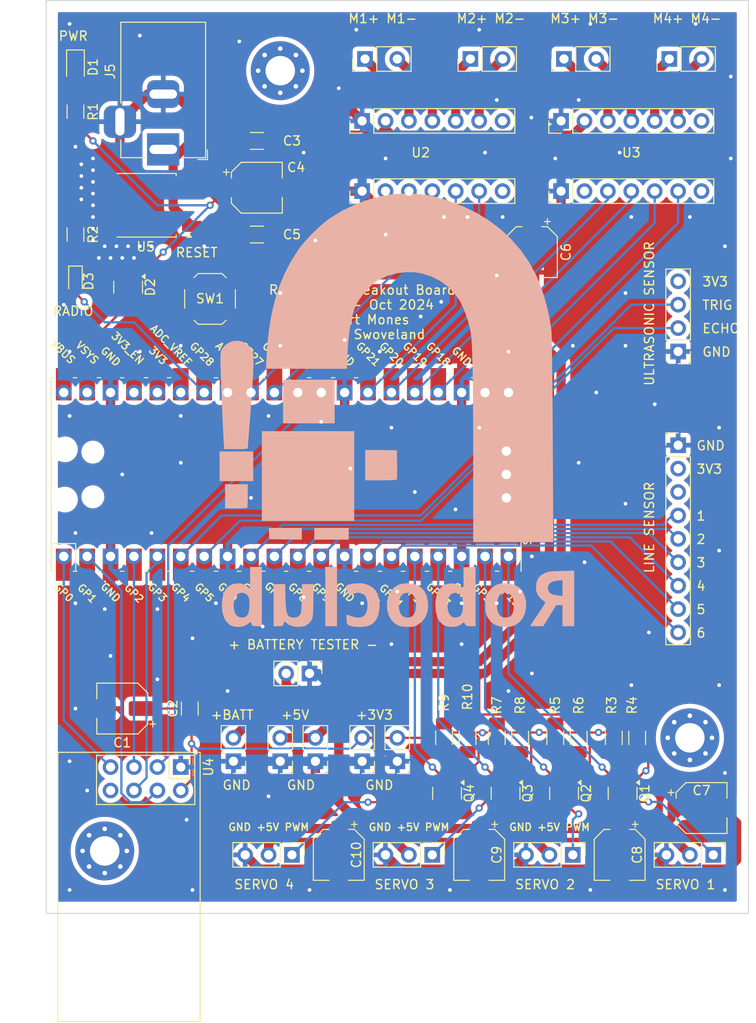
<source format=kicad_pcb>
(kicad_pcb (version 20240108) (generator "pcbnew") (generator_version "8.0")
  (layers (0 "F.Cu" signal) (1 "In1.Cu" signal) (2 "In2.Cu" signal) (31 "B.Cu" signal) (34 "B.Paste" user) (35 "F.Paste" user) (36 "B.SilkS" user "B.Silkscreen") (37 "F.SilkS" user "F.Silkscreen") (38 "B.Mask" user) (39 "F.Mask" user) (44 "Edge.Cuts" user))
  (net 0 "")
  (net 1 "GND")
  (net 2 "+3V3")
  (net 3 "SPI0_CSn")
  (net 4 "SPI0_SCK")
  (net 5 "SPI0_TX")
  (net 6 "SPI0_RX")
  (net 8 "+BATT")
  (net 9 "+5V")
  (net 10 "SERVO1_PWM")
  (net 11 "SERVO2_PWM")
  (net 12 "SERVO3_PWM")
  (net 13 "SERVO4_PWM")
  (net 14 "Net-(J6-Pin_1)")
  (net 15 "Net-(J7-Pin_1)")
  (net 16 "Net-(J8-Pin_1)")
  (net 17 "Net-(J9-Pin_1)")
  (net 18 "MOTOR1_EN")
  (net 19 "MOTOR1_PH")
  (net 20 "MOTOR2_EN")
  (net 21 "MOTOR2_PH")
  (net 23 "MOTOR3_EN")
  (net 24 "MOTOR3_PH")
  (net 25 "MOTOR4_EN")
  (net 26 "MOTOR4_PH")
  (net 30 "Net-(D2-K)")
  (net 34 "US_ECHO")
  (net 35 "US_TRIG")
  (net 36 "LINE_1")
  (net 37 "LINE_2")
  (net 38 "LINE_3")
  (net 39 "LINE_4")
  (net 40 "LINE_5")
  (net 41 "LINE_6")
  (net 42 "NRF24_CE")
  (net 43 "Net-(D1-A)")
  (net 44 "/M1+")
  (net 45 "/M1-")
  (net 46 "/M2+")
  (net 47 "/M2-")
  (net 48 "/M3+")
  (net 49 "/M3-")
  (net 50 "/M4+")
  (net 51 "/M4-")
  (net 53 "GPIO_LED")
  (net 54 "Net-(D3-K)")
  (net 56 "RSTb")
  (footprint "Resistor_SMD:R_1206_3216Metric_Pad1.30x1.75mm_HandSolder" (layer "F.Cu") (at 200.025 110.49 -90)
    (property "Reference" "R6")
    (property "Value" "4.7k")
  )
  (footprint "RedRobotFootprints:DRV8835" (layer "F.Cu") (at 198.115 51.17 90)
    (property "Reference" "U3")
    (property "Value" "~")
  )
  (footprint "Capacitor_SMD:C_1206_3216Metric_Pad1.33x1.80mm_HandSolder" (layer "F.Cu") (at 157.82 107.315 90)
    (property "Reference" "C2")
    (property "Value" "0.1u")
  )
  (footprint "MountingHole:MountingHole_3.2mm_M3_Pad_Via" (layer "F.Cu") (at 148.59 122.762944)
    (property "Reference" "H3" (hide yes))
    (property "Value" "MountingHole" (hide yes))
  )
  (footprint "RedRobotFootprints:ScrewTerminalP3.5mm" (layer "F.Cu") (at 198.43 36.83 90)
    (property "Reference" "J3" (hide yes))
    (property "Value" "Screw_Terminal_01x02" (hide yes))
  )
  (footprint "Connector_PinHeader_2.54mm:PinHeader_1x02_P2.54mm_Vertical" (layer "F.Cu") (at 176.53 113.035 180)
    (property "Reference" "J16" (hide yes))
    (property "Value" "Conn_01x02_Pin" (hide yes))
  )
  (footprint "RedRobotFootprints:ScrewTerminalP3.5mm" (layer "F.Cu") (at 176.84 36.83 90)
    (property "Reference" "J1" (hide yes))
    (property "Value" "Screw_Terminal_01x02" (hide yes))
  )
  (footprint "LED_SMD:LED_0805_2012Metric_Pad1.15x1.40mm_HandSolder" (layer "F.Cu") (at 145.415 37.71 -90)
    (property "Reference" "D1")
    (property "Value" "PWR")
  )
  (footprint "Capacitor_SMD:CP_Elec_5x5.4" (layer "F.Cu") (at 150.495 107.315 180)
    (property "Reference" "C1")
    (property "Value" "100u")
  )
  (footprint "Connector_PinHeader_2.54mm:PinHeader_1x02_P2.54mm_Vertical" (layer "F.Cu") (at 162.56 113.035 180)
    (property "Reference" "J13" (hide yes))
    (property "Value" "Conn_01x02_Pin" (hide yes))
  )
  (footprint "RF_Module:nRF24L01_Breakout" (layer "F.Cu") (at 156.845 113.665 -90)
    (property "Reference" "U4")
    (property "Value" "NRF24L01_Breakout")
  )
  (footprint "Capacitor_SMD:CP_Elec_5x5.4" (layer "F.Cu") (at 165.1 50.8)
    (property "Reference" "C4")
    (property "Value" "100u")
  )
  (footprint "MountingHole:MountingHole_3.2mm_M3_Pad_Via" (layer "F.Cu") (at 212.09 110.49)
    (property "Reference" "H1" (hide yes))
    (property "Value" "MountingHole" (hide yes))
  )
  (footprint "Connector_PinHeader_2.54mm:PinHeader_1x02_P2.54mm_Vertical" (layer "F.Cu") (at 171.45 113.035 180)
    (property "Reference" "J15" (hide yes))
    (property "Value" "Conn_01x02_Pin" (hide yes))
  )
  (footprint "Resistor_SMD:R_1206_3216Metric_Pad1.30x1.75mm_HandSolder" (layer "F.Cu") (at 187.96 110.49 -90)
    (property "Reference" "R10")
    (property "Value" "4.7k")
  )
  (footprint "Package_TO_SOT_SMD:SOT-23" (layer "F.Cu") (at 185.74 116.5075 -90)
    (property "Reference" "Q4")
    (property "Value" "BSS138")
  )
  (footprint "Package_TO_SOT_SMD:SOT-23" (layer "F.Cu") (at 151.13 61.595 -90)
    (property "Reference" "D2")
    (property "Value" "D_Schottky")
  )
  (footprint "Capacitor_SMD:CP_Elec_5x5.4" (layer "F.Cu") (at 173.99 123.19 -90)
    (property "Reference" "C10")
    (property "Value" "100u")
  )
  (footprint "Resistor_SMD:R_1206_3216Metric_Pad1.30x1.75mm_HandSolder" (layer "F.Cu") (at 145.415 55.88 90)
    (property "Reference" "R2")
    (property "Value" "180")
  )
  (footprint "RedRobotFootprints:DRV8835" (layer "F.Cu") (at 176.525 51.17 90)
    (property "Reference" "U2")
    (property "Value" "~")
  )
  (footprint "Connector_BarrelJack:BarrelJack_Horizontal" (layer "F.Cu") (at 154.94 46.64 -90)
    (property "Reference" "J5")
    (property "Value" "Barrel_Jack_Switch")
  )
  (footprint "Connector_PinHeader_2.54mm:PinHeader_1x03_P2.54mm_Vertical" (layer "F.Cu") (at 184.135 123.19 -90)
    (property "Reference" "J8" (hide yes))
    (property "Value" "Conn_01x03_Pin" (hide yes))
  )
  (footprint "Capacitor_SMD:C_1206_3216Metric_Pad1.33x1.80mm_HandSolder" (layer "F.Cu") (at 165.1 45.72)
    (property "Reference" "C3")
    (property "Value" "0.1u")
  )
  (footprint "Capacitor_SMD:CP_Elec_5x5.4" (layer "F.Cu") (at 204.47 123.19 -90)
    (property "Reference" "C8")
    (property "Value" "100u")
  )
  (footprint "Resistor_SMD:R_1206_3216Metric_Pad1.30x1.75mm_HandSolder" (layer "F.Cu") (at 191.135 110.49 -90)
    (property "Reference" "R7")
    (property "Value" "4.7k")
  )
  (footprint "Resistor_SMD:R_1206_3216Metric_Pad1.30x1.75mm_HandSolder" (layer "F.Cu") (at 193.675 110.49 -90)
    (property "Reference" "R8")
    (property "Value" "4.7k")
  )
  (footprint "Capacitor_SMD:CP_Elec_5x5.4" (layer "F.Cu") (at 213.36 118.11)
    (property "Reference" "C7")
    (property "Value" "100u")
  )
  (footprint "Capacitor_SMD:C_1206_3216Metric_Pad1.33x1.80mm_HandSolder" (layer "F.Cu") (at 165.1 55.88)
    (property "Reference" "C5")
    (property "Value" "0.1u")
  )
  (footprint "Connector_PinHeader_2.54mm:PinHeader_1x02_P2.54mm_Vertical" (layer "F.Cu") (at 170.82 103.505 -90)
    (property "Reference" "J18" (hide yes))
    (property "Value" "Conn_01x02_Pin" (hide yes))
  )
  (footprint "Package_TO_SOT_SMD:SOT-23" (layer "F.Cu") (at 198.44 116.5075 -90)
    (property "Reference" "Q2")
    (property "Value" "BSS138")
  )
  (footprint "Connector_PinHeader_2.54mm:PinHeader_1x03_P2.54mm_Vertical" (layer "F.Cu") (at 168.91 123.19 -90)
    (property "Reference" "J9" (hide yes))
    (property "Value" "Conn_01x03_Pin" (hide yes))
  )
  (footprint "MCU_RaspberryPi_and_Boards:RPi_Pico_SMD_TH" (layer "F.Cu") (at 168.275 81.915 90)
    (property "Reference" "U1")
    (property "Value" "Pico")
  )
  (footprint "Resistor_SMD:R_1206_3216Metric_Pad1.30x1.75mm_HandSolder" (layer "F.Cu") (at 145.415 42.545 90)
    (property "Reference" "R1")
    (property "Value" "4.7k")
  )
  (footprint "Connector_PinHeader_2.54mm:PinHeader_1x02_P2.54mm_Vertical" (layer "F.Cu") (at 180.34 113.035 180)
    (property "Reference" "J17" (hide yes))
    (property "Value" "Conn_01x02_Pin" (hide yes))
  )
  (footprint "MountingHole:MountingHole_3.2mm_M3_Pad_Via" (layer "F.Cu") (at 167.64 38.1)
    (property "Reference" "H2" (hide yes))
    (property "Value" "MountingHole" (hide yes))
  )
  (footprint "Package_TO_SOT_SMD:SOT-23" (layer "F.Cu") (at 192.09 116.5075 -90)
    (property "Reference" "Q3")
    (property "Value" "BSS138")
  )
  (footprint "Package_TO_SOT_SMD:SOT-23" (layer "F.Cu") (at 204.79 116.5075 -90)
    (property "Reference" "Q1")
    (property "Value" "BSS138")
  )
  (footprint "Capacitor_SMD:CP_Elec_5x5.4" (layer "F.Cu") (at 194.945 57.785 -90)
    (property "Reference" "C6")
    (property "Value" "100u")
  )
  (footprint "Button_Switch_SMD:SW_Push_1P1T_XKB_TS-1187A" (layer "F.Cu") (at 160.02 62.865)
    (property "Reference" "SW1")
    (property "Value" "SW_Push")
  )
  (footprint "LED_SMD:LED_0603_1608Metric_Pad1.05x0.95mm_HandSolder" (layer "F.Cu") (at 145.415 60.96 -90)
    (property "Reference" "D3")
    (property "Value" "LED")
  )
  (footprint "Connector_PinHeader_2.54mm:PinHeader_1x03_P2.54mm_Vertical" (layer "F.Cu") (at 199.39 123.19 -90)
    (property "Reference" "J7" (hide yes))
    (property "Value" "Conn_01x03_Pin" (hide yes))
  )
  (footprint "Resistor_SMD:R_1206_3216Metric_Pad1.30x1.75mm_HandSolder" (layer "F.Cu") (at 203.835 110.49 -90)
    (property "Reference" "R3")
    (property "Value" "4.7k")
  )
  (footprint "Package_TO_SOT_SMD:TO-252-2" (layer "F.Cu") (at 153.035 52.705 180)
    (property "Reference" "U5")
    (property "Value" "LD29150DT50R")
  )
  (footprint "Capacitor_SMD:CP_Elec_5x5.4" (layer "F.Cu") (at 189.23 123.19 -90)
    (property "Reference" "C9")
    (property "Value" "100u")
  )
  (footprint "Connector_PinHeader_2.54mm:PinHeader_1x02_P2.54mm_Vertical" (layer "F.Cu") (at 167.64 113.035 180)
    (property "Reference" "J14" (hide yes))
    (property "Value" "Conn_01x02_Pin" (hide yes))
  )
  (footprint "Connector_PinHeader_2.54mm:PinHeader_1x04_P2.54mm_Vertical" (layer "F.Cu") (at 210.82 68.57 180)
    (property "Reference" "J10" (hide yes))
    (property "Value" "Conn_01x04_Pin" (hide yes))
  )
  (footprint "Connector_PinHeader_2.54mm:PinHeader_1x03_P2.54mm_Vertical" (layer "F.Cu") (at 214.63 123.19 -90)
    (property "Reference" "J6" (hide yes))
    (property "Value" "Conn_01x03_Pin" (hide yes))
  )
  (footprint "Resistor_SMD:R_1206_3216Metric_Pad1.30x1.75mm_HandSolder" (layer "F.Cu") (at 185.42 110.49 -90)
    (property "Reference" "R9")
    (property "Value" "4.7k")
  )
  (footprint "Resistor_SMD:R_1206_3216Metric_Pad1.30x1.75mm_HandSolder" (layer "F.Cu") (at 197.485 110.49 -90)
    (property "Reference" "R5")
    (property "Value" "4.7k")
  )
  (footprint "RedRobotFootprints:ScrewTerminalP3.5mm" (layer "F.Cu") (at 188.27 36.83 90)
    (property "Reference" "J2" (hide yes))
    (property "Value" "Screw_Terminal_01x02" (hide yes))
  )
  (footprint "Resistor_SMD:R_1206_3216Metric_Pad1.30x1.75mm_HandSolder" (layer "F.Cu") (at 206.375 110.49 -90)
    (property "Reference" "R4")
    (property "Value" "4.7k")
  )
  (footprint "RedRobotFootprints:ScrewTerminalP3.5mm" (layer "F.Cu") (at 209.86 36.83 90)
    (property "Reference" "J4" (hide yes))
    (property "Value" "Screw_Terminal_01x02" (hide yes))
  )
  (footprint "Connector_PinHeader_2.54mm:PinHeader_1x09_P2.54mm_Vertical" (layer "F.Cu") (at 210.82 78.74)
    (property "Reference" "J11" (hide yes))
    (property "Value" "Conn_01x09_Pin" (hide yes))
  )
  (footprint "Red Robot:roboclub_logo" (layer "B.Cu") (at 180.34 74.93 180)
    (property "Reference" "G***" (hide yes))
    (property "Value" "LOGO" (hide yes))
  )
  (gr_rect (start 142.24 30.48) (end 218.44 129.54) (stroke (width 0.1)) (fill none) (layer "Edge.Cuts"))
  (gr_text "SERVO 4" (at 162.56 127 0) (layer "F.SilkS") (effects (font (size 1 1)) (justify left bottom)))
  (gr_text "RESET" (at 156.21 58.42 0) (layer "F.SilkS") (effects (font (size 1 1)) (justify left bottom)))
  (gr_text "2" (at 212.725 89.535 0) (layer "F.SilkS") (effects (font (size 1 1)) (justify left bottom)))
  (gr_text "GND" (at 213.36 69.205 0) (layer "F.SilkS") (effects (font (size 1 1)) (justify left bottom)))
  (gr_text "GND" (at 161.29 116.21 0) (layer "F.SilkS") (effects (font (size 1 1)) (justify left bottom)))
  (gr_text "ECHO" (at 213.36 66.665 0) (layer "F.SilkS") (effects (font (size 1 1)) (justify left bottom)))
  (gr_text "GND +5V PWM" (at 192.405 120.65 0) (layer "F.SilkS") (effects (font (size 0.8 0.8)) (justify left bottom)))
  (gr_text "+3V3\n" (at 175.764178 108.59 0) (layer "F.SilkS") (effects (font (size 1 1)) (justify left bottom)))
  (gr_text "M4+ M4-" (at 207.97 33.02 0) (layer "F.SilkS") (effects (font (size 1 1)) (justify left bottom)))
  (gr_text "3" (at 212.725 92.075 0) (layer "F.SilkS") (effects (font (size 1 1)) (justify left bottom)))
  (gr_text "ULTRASONIC SENSOR" (at 208.28 72.38 90) (layer "F.SilkS") (effects (font (size 1 1)) (justify left bottom)))
  (gr_text "Red Robot Breakout Board\nRev 2.0 - Oct 2024\nRobert Mones\nCarson Swoveland" (at 176.53 67.31 0) (layer "F.SilkS") (effects (font (size 1 1)) (justify bottom)))
  (gr_text "5" (at 212.725 97.155 0) (layer "F.SilkS") (effects (font (size 1 1)) (justify left bottom)))
  (gr_text "SERVO 2" (at 193.04 127 0) (layer "F.SilkS") (effects (font (size 1 1)) (justify left bottom)))
  (gr_text "+5V" (at 167.64 108.59 0) (layer "F.SilkS") (effects (font (size 1 1)) (justify left bottom)))
  (gr_text "PWR" (at 143.51 34.925 0) (layer "F.SilkS") (effects (font (size 1 1)) (justify left bottom)))
  (gr_text "M3+ M3-" (at 196.85 33.02 0) (layer "F.SilkS") (effects (font (size 1 1)) (justify left bottom)))
  (gr_text "3V3" (at 212.725 81.915 0) (layer "F.SilkS") (effects (font (size 1 1)) (justify left bottom)))
  (gr_text "3V3" (at 213.36 61.585 0) (layer "F.SilkS") (effects (font (size 1 1)) (justify left bottom)))
  (gr_text "1" (at 212.725 86.995 0) (layer "F.SilkS") (effects (font (size 1 1)) (justify left bottom)))
  (gr_text "GND" (at 212.725 79.375 0) (layer "F.SilkS") (effects (font (size 1 1)) (justify left bottom)))
  (gr_text "4" (at 212.725 94.615 0) (layer "F.SilkS") (effects (font (size 1 1)) (justify left bottom)))
  (gr_text "LINE SENSOR" (at 208.28 92.71 90) (layer "F.SilkS") (effects (font (size 1 1)) (justify left bottom)))
  (gr_text "+BATT" (at 160.02 108.59 0) (layer "F.SilkS") (effects (font (size 1 1)) (justify left bottom)))
  (gr_text "GND +5V PWM" (at 177.15 120.65 0) (layer "F.SilkS") (effects (font (size 0.8 0.8)) (justify left bottom)))
  (gr_text "6" (at 212.725 99.695 0) (layer "F.SilkS") (effects (font (size 1 1)) (justify left bottom)))
  (gr_text "M1+ M1-" (at 174.95 33.02 0) (layer "F.SilkS") (effects (font (size 1 1)) (justify left bottom)))
  (gr_text "SERVO 1" (at 208.28 127 0) (layer "F.SilkS") (effects (font (size 1 1)) (justify left bottom)))
  (gr_text "RADIO" (at 142.875 64.77 0) (layer "F.SilkS") (effects (font (size 1 1)) (justify left bottom)))
  (gr_text "GND" (at 176.771444 116.21 0) (layer "F.SilkS") (effects (font (size 1 1)) (justify left bottom)))
  (gr_text "SERVO 3" (at 177.785 127 0) (layer "F.SilkS") (effects (font (size 1 1)) (justify left bottom)))
  (gr_text "GND +5V PWM" (at 161.925 120.65 0) (layer "F.SilkS") (effects (font (size 0.8 0.8)) (justify left bottom)))
  (gr_text "+ BATTERY TESTER -" (at 161.93 100.965 0) (layer "F.SilkS") (effects (font (size 1 1)) (justify left bottom)))
  (gr_text "M2+ M2-" (at 186.69 33.02 0) (layer "F.SilkS") (effects (font (size 1 1)) (justify left bottom)))
  (gr_text "GND" (at 168.275 116.21 0) (layer "F.SilkS") (effects (font (size 1 1)) (justify left bottom)))
  (gr_text "TRIG" (at 213.36 64.125 0) (layer "F.SilkS") (effects (font (size 1 1)) (justify left bottom)))
  (segment (start 217.17 123.75) (end 217.17 119.72) (width 1) (layer "F.Cu") (net 1))
  (segment (start 153.24 40.64) (end 154.94 40.64) (width 1) (layer "F.Cu") (net 1))
  (segment (start 149.225 89.535) (end 149.225 88.9) (width 1) (layer "F.Cu") (net 1))
  (segment (start 187.325 89.535) (end 187.325 94.615) (width 1) (layer "F.Cu") (net 1))
  (segment (start 149.225 74.295) (end 149.225 69.215) (width 1) (layer "F.Cu") (net 1))
  (segment (start 167.3 50.8) (end 167.3 55.2425) (width 1) (layer "F.Cu") (net 1))
  (segment (start 165.38 124.74) (end 163.83 123.19) (width 1) (layer "F.Cu") (net 1))
  (segment (start 161.925 89.535) (end 161.925 88.9) (width 1) (layer "F.Cu") (net 1))
  (segment (start 155.575 111.125) (end 156.845 112.395) (width 0.25) (layer "F.Cu") (net 1))
  (segment (start 187.325 90.805) (end 187.325 88.9) (width 1) (layer "F.Cu") (net 1))
  (segment (start 187.325 74.295) (end 187.325 74.93) (width 1) (layer "F.Cu") (net 1))
  (segment (start 157.82 105.7525) (end 149.8575 105.7525) (width 0.25) (layer "F.Cu") (net 1))
  (segment (start 167.3 46.3575) (end 166.6625 45.72) (width 1) (layer "F.Cu") (net 1))
  (segment (start 167.3 50.8) (end 167.3 46.3575) (width 1) (layer "F.Cu") (net 1))
  (segment (start 180.975 124.74) (end 192.76 124.74) (width 1) (layer "F.Cu") (net 1))
  (segment (start 156.845 112.395) (end 156.845 113.665) (width 0.25) (layer "F.Cu") (net 1))
  (segment (start 161.925 73.025) (end 161.925 74.295) (width 1) (layer "F.Cu") (net 1))
  (segment (start 174.625 90.805) (end 174.625 88.9) (width 1) (layer "F.Cu") (net 1))
  (segment (start 183.21 57.855) (end 192.815 57.855) (width 1) (layer "F.Cu") (net 1))
  (segment (start 187.325 74.295) (end 187.325 69.215) (width 1) (layer "F.Cu") (net 1))
  (segment (start 167.3 55.2425) (end 166.6625 55.88) (width 1) (layer "F.Cu") (net 1))
  (segment (start 176.525 51.17) (end 167.67 51.17) (width 1) (layer "F.Cu") (net 1))
  (segment (start 208 124.74) (end 216.18 124.74) (width 1) (layer "F.Cu") (net 1))
  (segment (start 149.225 74.295) (end 149.225 74.93) (width 1) (layer "F.Cu") (net 1))
  (segment (start 174.625 88.9) (end 174.625 94.615) (width 1) (layer "F.Cu") (net 1))
  (segment (start 198.115 51.17) (end 198.115 56.815) (width 1) (layer "F.Cu") (net 1))
  (segment (start 150.24 43.64) (end 153.24 40.64) (width 1) (layer "F.Cu") (net 1))
  (segment (start 198.115 56.815) (end 194.945 59.985) (width 1) (layer "F.Cu") (net 1))
  (segment (start 216.18 124.74) (end 217.17 123.75) (width 1) (layer "F.Cu") (net 1))
  (segment (start 187.325 73.025) (end 187.325 74.295) (width 1) (layer "F.Cu") (net 1))
  (segment (start 153.605 111.125) (end 155.575 111.125) (width 0.25) (layer "F.Cu") (net 1))
  (segment (start 161.925 89.535) (end 161.925 94.615) (width 1) (layer "F.Cu") (net 1))
  (segment (start 167.67 51.17) (end 167.3 50.8) (width 1) (layer "F.Cu") (net 1))
  (segment (start 149.225 73.025) (end 149.225 74.295) (width 1) (layer "F.Cu") (net 1))
  (segment (start 158.115 42.545) (end 175.52 42.545) (width 1) (layer "F.Cu") (net 1))
  (segment (start 192.76 124.74) (end 194.31 123.19) (width 1) (layer "F.Cu") (net 1))
  (segment (start 192.76 124.74) (end 208 124.74) (width 1) (layer "F.Cu") (net 1))
  (segment (start 150.24 43.64) (end 150.24 51.04) (width 1) (layer "F.Cu") (net 1))
  (segment (start 148.295 107.315) (end 149.795 107.315) (width 0.25) (layer "F.Cu") (net 1))
  (segment (start 149.8575 105.7525) (end 148.295 107.315) (width 0.25) (layer "F.Cu") (net 1))
  (segment (start 161.925 90.805) (end 161.925 89.535) (width 1) (layer "F.Cu") (net 1))
  (segment (start 171.45 117.475) (end 171.45 113.035) (width 1) (layer "F.Cu") (net 1))
  (segment (start 180.975 124.74) (end 165.38 124.74) (width 1) (layer "F.Cu") (net 1))
  (segment (start 149.795 107.315) (end 153.605 111.125) (width 0.25) (layer "F.Cu") (net 1))
  (segment (start 149.225 90.805) (end 149.225 89.535) (width 1) (layer "F.Cu") (net 1))
  (segment (start 175.52 42.545) (end 176.525 43.55) (width 1) (layer "F.Cu") (net 1))
  (segment (start 150.24 51.04) (end 150.1 51.18) (width 1) (layer "F.Cu") (net 1))
  (segment (start 156.21 40.64) (end 158.115 42.545) (width 1) (layer "F.Cu") (net 1))
  (segment (start 154.94 40.64) (end 156.21 40.64) (width 1) (layer "F.Cu") (net 1))
  (segment (start 217.17 119.72) (end 215.56 118.11) (width 1) (layer "F.Cu") (net 1))
  (segment (start 180.975 124.74) (end 180.605 124.74) (width 1) (layer "F.Cu") (net 1))
  (segment (start 176.525 51.17) (end 183.21 57.855) (width 1) (layer "F.Cu") (net 1))
  (segment (start 187.325 88.9) (end 187.325 89.535) (width 1) (layer "F.Cu") (net 1))
  (segment (start 149.225 88.9) (end 149.225 94.615) (width 1) (layer "F.Cu") (net 1))
  (segment (start 180.605 124.74) (end 179.055 123.19) (width 1) (layer "F.Cu") (net 1))
  (segment (start 208 124.74) (end 209.55 123.19) (width 1) (layer "F.Cu") (net 1))
  (segment (start 192.815 57.855) (end 194.945 59.985) (width 1) (layer "F.Cu") (net 1))
  (segment (start 174.625 74.93) (end 174.625 74.295) (width 1) (layer "F.Cu") (net 1))
  (segment (start 174.625 73.025) (end 174.625 74.93) (width 1) (layer "F.Cu") (net 1))
  (segment (start 174.625 74.295) (end 174.625 69.215) (width 1) (layer "F.Cu") (net 1))
  (segment (start 161.925 74.93) (end 161.925 69.215) (width 1) (layer "F.Cu") (net 1))
  (segment (start 161.925 74.295) (end 161.925 74.93) (width 1) (layer "F.Cu") (net 1))
  (via (at 187.325 100.33) (size 0.8) (drill 0.4) (layers "F.Cu" "B.Cu") (net 1))
  (via (at 215.265 90.17) (size 0.8) (drill 0.4) (layers "F.Cu" "B.Cu") (net 1))
  (via (at 205.74 104.775) (size 0.8) (drill 0.4) (layers "F.Cu" "B.Cu") (net 1))
  (via (at 159.385 57.15) (size 0.8) (drill 0.4) (layers "F.Cu" "B.Cu") (net 1))
  (via (at 194.894454 43.188798) (size 0.8) (drill 0.4) (layers "F.Cu" "B.Cu") (net 1))
  (via (at 191.135 41.275) (size 0.8) (drill 0.4) (layers "F.Cu" "B.Cu") (net 1))
  (via (at 186.055 127) (size 0.8) (drill 0.4) (layers "F.Cu" "B.Cu") (net 1))
  (via (at 215.9 57.15) (size 0.8) (drill 0.4) (layers "F.Cu" "B.Cu") (net 1))
  (via (at 186.658362 85.705811) (size 0.8) (drill 0.4) (layers "F.Cu" "B.Cu") (net 1))
  (via (at 147.32 55.245) (size 0.8) (drill 0.4) (layers "F.Cu" "B.Cu") (net 1))
  (via (at 147.32 52.705) (size 0.8) (drill 0.4) (layers "F.Cu" "B.Cu") (net 1))
  (via (at 149.225 101.6) (size 0.8) (drill 0.4) (layers "F.Cu" "B.Cu") (net 1))
  (via (at 192.405 105.41) (size 0.8) (drill 0.4) (layers "F.Cu" "B.Cu") (net 1))
  (via (at 192.405 68.58) (size 0.8) (drill 0.4) (layers "F.Cu" "B.Cu") (net 1))
  (via (at 146.05 52.07) (size 0.8) (drill 0.4) (layers "F.Cu" "B.Cu") (net 1))
  (via (at 154.305 96.52) (size 0.8) (drill 0.4) (layers "F.Cu" "B.Cu") (net 1))
  (via (at 182.245 83.82) (size 0.8) (drill 0.4) (layers "F.Cu" "B.Cu") (net 1))
  (via (at 185.42 53.975) (size 0.8) (drill 0.4) (layers "F.Cu" "B.Cu") (net 1))
  (via (at 150.495 58.42) (size 0.8) (drill 0.4) (layers "F.Cu" "B.Cu") (net 1))
  (via (at 170.18 46.99) (size 0.8) (drill 0.4) (layers "F.Cu" "B.Cu") (net 1))
  (via (at 144.78 75.565) (size 0.8) (drill 0.4) (layers "F.Cu" "B.Cu") (net 1))
  (via (at 144.78 33.02) (size 0.8) (drill 0.4) (layers "F.Cu" "B.Cu") (net 1))
  (via (at 179.07 55.88) (size 0.8) (drill 0.4) (layers "F.Cu" "B.Cu") (net 1))
  (via (at 145.415 46.355) (size 0.8) (drill 0.4) (layers "F.Cu" "B.Cu") (net 1))
  (via (at 152.4 57.15) (size 0.8) (drill 0.4) (layers "F.Cu" "B.Cu") (net 1))
  (via (at 200.66 91.44) (size 0.8) (drill 0.4) (layers "F.Cu" "B.Cu") (net 1))
  (via (at 205.105 67.945) (size 0.8) (drill 0.4) (layers "F.Cu" "B.Cu") (net 1))
  (via (at 191.135 95.885) (size 0.8) (drill 0.4) (layers "F.Cu" "B.Cu") (net 1))
  (via (at 146.685 116.205) (size 0.8) (drill 0.4) (layers "F.Cu" "B.Cu") (net 1))
  (via (at 146.05 50.8) (size 0.8) (drill 0.4) (layers "F.Cu" "B.Cu") (net 1))
  (via (at 205.105 62.23) (size 0.8) (drill 0.4) (layers "F.Cu" "B.Cu") (net 1))
  (via (at 152.4 68.58) (size 0.8) (drill 0.4) (layers "F.Cu" "B.Cu") (net 1))
  (via (at 145.415 88.265) (size 0.8) (drill 0.4) (layers "F.Cu" "B.Cu") (net 1))
  (via (at 201.295 127) (size 0.8) (drill 0.4) (layers "F.Cu" "B.Cu") (net 1))
  (via (at 204.47 46.99) (size 0.8) (drill 0.4) (layers "F.Cu" "B.Cu") (net 1))
  (via (at 144.145 63.5) (size 0.8) (drill 0.4) (layers "F.Cu" "B.Cu") (net 1))
  (via (at 147.32 48.895) (size 0.8) (drill 0.4) (layers "F.Cu" "B.Cu") (net 1))
  (via (at 179.07 47.625) (size 0.8) (drill 0.4) (layers "F.Cu" "B.Cu") (net 1))
  (via (at 174.625 67.31) (size 0.8) (drill 0.4) (layers "F.Cu" "B.Cu") (net 1))
  (via (at 215.265 104.775) (size 0.8) (drill 0.4) (layers "F.Cu" "B.Cu") (net 1))
  (via (at 170.18 95.25) (size 0.8) (drill 0.4) (layers "F.Cu" "B.Cu") (net 1))
  (via (at 216.535 47.625) (size 0.8) (drill 0.4) (layers "F.Cu" "B.Cu") (net 1))
  (via (at 154.305 104.14) (size 0.8) (drill 0.4) (layers "F.Cu" "B.Cu") (net 1))
  (via (at 216.535 38.735) (size 0.8) (drill 0.4) (layers "F.Cu" "B.Cu") (net 1))
  (via (at 145.415 95.885) (size 0.8) (drill 0.4) (layers "F.Cu" "B.Cu") (net 1))
  (via (at 176.53 95.885) (size 0.8) (drill 0.4) (layers "F.Cu" "B.Cu") (net 1))
  (via (at 208.28 74.295) (size 0.8) (drill 0.4) (layers "F.Cu" "B.Cu") (net 1))
  (via (at 187.96 53.975) (size 0.8) (drill 0.4) (layers "F.Cu" "B.Cu") (net 1))
  (via (at 212.725 33.02) (size 0.8) (drill 0.4) (layers "F.Cu" "B.Cu") (net 1))
  (via (at 151.13 57.15) (size 0.8) (drill 0.4) (layers "F.Cu" "B.Cu") (net 1))
  (via (at 182.88 64.77) (size 0.8) (drill 0.4) (layers "F.Cu" "B.Cu") (net 1))
  (via (at 152.4 34.29) (size 0.8) (drill 0.4) (layers "F.Cu" "B.Cu") (net 1))
  (via (at 172.085 76.2) (size 0.8) (drill 0.4) (layers "F.Cu" "B.Cu") (net 1))
  (via (at 175.26 81.28) (size 0.8) (drill 0.4) (layers "F.Cu" "B.Cu") (net 1))
  (via (at 205.105 85.09) (size 0.8) (drill 0.4) (layers "F.Cu" "B.Cu") (net 1))
  (via (at 189.865 46.99) (size 0.8) (drill 0.4) (layers "F.Cu" "B.Cu") (net 1))
  (via (at 144.78 127) (size 0.8) (drill 0.4) (layers "F.Cu" "B.Cu") (net 1))
  (via (at 147.32 53.975) (size 0.8) (drill 0.4) (layers "F.Cu" "B.Cu") (net 1))
  (via (at 146.05 48.26) (size 0.8) (drill 0.4) (layers "F.Cu" "B.Cu") (net 1))
  (via (at 166.37 116.84) (size 0.8) (drill 0.4) (layers "F.Cu" "B.Cu") (net 1))
  (via (at 201.295 33.02) (size 0.8) (drill 0.4) (layers "F.Cu" "B.Cu") (net 1))
  (via (at 180.34 94.615) (size 0.8) (drill 0.4) (layers "F.Cu" "B.Cu") (net 1))
  (via (at 164.465 84.455) (size 0.8) (drill 0.4) (layers "F.Cu" "B.Cu") (net 1))
  (via (at 179.705 100.33) (size 0.8) (drill 0.4) (layers "F.Cu" "B.Cu") (net 1))
  (via (at 158.115 99.695) (size 0.8) (drill 0.4) (layers "F.Cu" "B.Cu") (net 1))
  (via (at 149.86 57.15) (size 0.8) (drill 0.4) (layers "F.Cu" "B.Cu") (net 1))
  (via (at 147.32 47.625) (size 0.8) (drill 0.4) (layers "F.Cu" "B.Cu") (net 1))
  (via (at 147.32 56.515) (size 0.8) (drill 0.4) (layers "F.Cu" "B.Cu") (net 1))
  (via (at 147.32 50.165) (size 0.8) (drill 0.4) (layers "F.Cu" "B.Cu") (net 1))
  (via (at 161.925 105.41) (size 0.8) (drill 0.4) (layers "F.Cu" "B.Cu") (net 1))
  (via (at 160.655 95.885) (size 0.8) (drill 0.4) (layers "F.Cu" "B.Cu") (net 1))
  (via (at 171.45 56.515) (size 0.8) (drill 0.4) (layers "F.Cu" "B.Cu") (net 1))
  (via (at 201.93 73.025) (size 0.8) (drill 0.4) (layers "F.Cu" "B.Cu") (net 1))
  (via (at 170.815 127) (size 0.8) (drill 0.4) (layers "F.Cu" "B.Cu") (net 1))
  (via (at 156.845 80.645) (size 0.8) (drill 0.4) (layers "F.Cu" "B.Cu") (net 1))
  (via (at 166.37 75.565) (size 0.8) (drill 0.4) (layers "F.Cu" "B.Cu") (net 1))
  (via (at 163.195 34.925) (size 0.8) (drill 0.4) (layers "F.Cu" "B.Cu") (net 1))
  (via (at 189.23 33.655) (size 0.8) (drill 0.4) (layers "F.Cu" "B.Cu") (net 1))
  (via (at 145.415 107.315) (size 0.8) (drill 0.4) (layers "F.Cu" "B.Cu") (net 1))
  (via (at 149.225 58.42) (size 0.8) (drill 0.4) (layers "F.Cu" "B.Cu") (net 1))
  (via (at 150.495 81.915) (size 0.8) (drill 0.4) (layers "F.Cu" "B.Cu") (net 1))
  (via (at 153.67 88.265) (size 0.8) (drill 0.4) (layers "F.Cu" "B.Cu") (net 1))
  (via (at 156.845 75.565) (size 0.8) (drill 0.4) (layers "F.Cu" "B.Cu") (net 1))
  (via (at 156.845 67.945) (size 0.8) (drill 0.4) (layers "F.Cu" "B.Cu") (net 1))
  (via (at 165.734026 98.410323) (size 0.8) (drill 0.4) (layers "F.Cu" "B.Cu") (net 1))
  (via (at 215.9 127) (size 0.8) (drill 0.4) (layers "F.Cu" "B.Cu") (net 1))
  (via (at 147.32 51.435) (size 0.8) (drill 0.4) (layers "F.Cu" "B.Cu") (net 1))
  (via (at 191.77 53.975) (size 0.8) (drill 0.4) (layers "F.Cu" "B.Cu") (net 1))
  (via (at 148.59 96.52) (size 0.8) (drill 0.4) (layers "F.Cu" "B.Cu") (net 1))
  (via (at 193.675 94.615) (size 0.8) (drill 0.4) (layers "F.Cu" "B.Cu") (net 1))
  (via (at 199.39 67.945) (size 0.8) (drill 0.4) (layers "F.Cu" "B.Cu") (net 1))
  (via (at 194.945 90.805) (size 0.8) (drill 0.4) (layers "F.Cu" "B.Cu") (net 1))
  (via (at 146.05 49.53) (size 0.8) (drill 0.4) (layers "F.Cu" "B.Cu") (net 1))
  (via (at 197.485 47.625) (size 0.8) (drill 0.4) (layers "F.Cu" "B.Cu") (net 1))
  (via (at 215.265 76.835) (size 0.8) (drill 0.4) (layers "F.Cu" "B.Cu") (net 1))
  (via (at 167.64 62.23) (size 0.8) (drill 0.4) (layers "F.Cu" "B.Cu") (net 1))
  (via (at 144.78 113.03) (size 0.8) (drill 0.4) (layers "F.Cu" "B.Cu") (net 1))
  (via (at 144.78 68.58) (size 0.8) (drill 0.4) (layers "F.Cu" "B.Cu") (net 1))
  (via (at 200.025 41.275) (size 0.8) (drill 0.4) (layers "F.Cu" "B.Cu") (net 1))
  (via (at 215.9 114.3) (size 0.8) (drill 0.4) (layers "F.Cu" "B.Cu") (net 1))
  (via (at 178.435 68.58) (size 0.8) (drill 0.4) (layers "F.Cu" "B.Cu") (net 1))
  (via (at 158.115 127) (size 0.8) (drill 0.4) (layers "F.Cu" "B.Cu") (net 1))
  (via (at 189.23 76.835) (size 0.8) (drill 0.4) (layers "F.Cu" "B.Cu") (net 1))
  (via (at 173.99 40.005) (size 0.8) (drill 0.4) (layers "F.Cu" "B.Cu") (net 1))
  (via (at 151.765 58.42) (size 0.8) (drill 0.4) (layers "F.Cu" "B.Cu") (net 1))
  (via (at 179.705 76.835) (size 0.8) (drill 0.4) (layers "F.Cu" "B.Cu") (net 1))
  (via (at 185.106386 63.178147) (size 0.8) (drill 0.4) (layers "F.Cu" "B.Cu") (net 1))
  (via (at 212.09 53.975) (size 0.8) (drill 0.4) (layers "F.Cu" "B.Cu") (net 1))
  (via (at 148.59 57.15) (size 0.8) (drill 0.4) (layers "F.Cu" "B.Cu") (net 1))
  (via (at 167.64 67.945) (size 0.8) (drill 0.4) (layers "F.Cu" "B.Cu") (net 1))
  (via (at 191.135 60.325) (size 0.8) (drill 0.4) (layers "F.Cu" "B.Cu") (net 1))
  (via (at 157.48 119.38) (size 0.8) (drill 0.4) (layers "F.Cu" "B.Cu") (net 1))
  (via (at 147.955 58.42) (size 0.8) (drill 0.4) (layers "F.Cu" "B.Cu") (net 1))
  (via (at 200.025 80.645) (size 0.8) (drill 0.4) (layers "F.Cu" "B.Cu") (net 1))
  (via (at 175.895 33.655) (size 0.8) (drill 0.4) (layers "F.Cu" "B.Cu") (net 1))
  (via (at 153.67 57.15) (size 0.8) (drill 0.4) (layers "F.Cu" "B.Cu") (net 1))
  (via (at 205.74 53.975) (size 0.8) (drill 0.4) (layers "F.Cu" "B.Cu") (net 1))
  (via (at 207.645 99.06) (size 0.8) (drill 0.4) (layers "F.Cu" "B.Cu") (net 1))
  (via (at 194.945 103.505) (size 0.8) (drill 0.4) (layers "F.Cu" "B.Cu") (net 1))
  (via (at 187.325 95.885) (size 0.8) (drill 0.4) (layers "F.Cu" "B.Cu") (net 1))
  (segment (start 176.525 51.17) (end 176.525 46.65) (width 1) (layer "B.Cu") (net 1))
  (segment (start 176.525 46.65) (end 178.075 45.1) (width 1) (layer "B.Cu") (net 1))
  (segment (start 180.34 113.035) (end 178.08 110.775) (width 1) (layer "B.Cu") (net 1))
  (segment (start 178.08 110.775) (end 178.08 109.852968) (width 1) (layer "B.Cu") (net 1))
  (segment (start 198.115 51.17) (end 198.115 46.65) (width 1) (layer "B.Cu") (net 1))
  (segment (start 178.08 109.852968) (end 171.732032 103.505) (width 1) (layer "B.Cu") (net 1))
  (segment (start 171.45 113.035) (end 167.64 113.035) (width 1) (layer "B.Cu") (net 1))
  (segment (start 180.34 113.035) (end 162.56 113.035) (width 1) (layer "B.Cu") (net 1))
  (segment (start 198.115 43.55) (end 196.565 45.1) (width 1) (layer "B.Cu") (net 1))
  (segment (start 178.075 45.1) (end 176.525 43.55) (width 1) (layer "B.Cu") (net 1))
  (segment (start 198.115 46.65) (end 196.565 45.1) (width 1) (layer "B.Cu") (net 1))
  (segment (start 171.732032 103.505) (end 170.82 103.505) (width 1) (layer "B.Cu") (net 1))
  (segment (start 196.565 45.1) (end 178.075 45.1) (width 1) (layer "B.Cu") (net 1))
  (segment (start 198.46 109.915) (end 200.66 109.915) (width 0.25) (layer "F.Cu") (net 2))
  (segment (start 158.02 115.03) (end 156.845 116.205) (width 0.25) (layer "F.Cu") (net 2))
  (segment (start 195.72446 109.915) (end 195.739537 109.899923) (width 0.25) (layer "F.Cu") (net 2))
  (segment (start 194.31 109.915) (end 195.72446 109.915) (width 0.25) (layer "F.Cu") (net 2))
  (segment (start 197.485 108.94) (end 198.46 109.915) (width 0.25) (layer "F.Cu") (net 2))
  (segment (start 180.34 110.495) (end 176.53 110.495) (width 0.25) (layer "F.Cu") (net 2))
  (segment (start 157.82 109.56) (end 158.02 109.76) (width 0.25) (layer "F.Cu") (net 2))
  (segment (start 186.395 109.915) (end 188.595 109.915) (width 0.25) (layer "F.Cu") (net 2))
  (segment (start 205.74 115.57) (end 207.575 113.735) (width 0.25) (layer "F.Cu") (net 2))
  (segment (start 194.875 110.48) (end 194.31 109.915) (width 0.25) (layer "F.Cu") (net 2))
  (segment (start 201.225 110.48) (end 200.66 109.915) (width 0.25) (layer "F.Cu") (net 2))
  (segment (start 189.583965 109.936185) (end 189.60515 109.915) (width 0.25) (layer "F.Cu") (net 2))
  (segment (start 189.16 113.1) (end 189.16 110.48) (width 0.25) (layer "F.Cu") (net 2))
  (segment (start 152.695 107.315) (end 156.2575 107.315) (width 0.25) (layer "F.Cu") (net 2))
  (segment (start 185.42 108.94) (end 186.395 109.915) (width 0.25) (layer "F.Cu") (net 2))
  (segment (start 190.16 109.915) (end 191.135 108.94) (width 0.25) (layer "F.Cu") (net 2))
  (segment (start 201.225 113.735) (end 201.225 110.48) (width 0.25) (layer "F.Cu") (net 2))
  (segment (start 189.56278 109.915) (end 189.583965 109.936185) (width 0.25) (layer "F.Cu") (net 2))
  (segment (start 158.02 111.125) (end 158.02 115.03) (width 0.25) (layer "F.Cu") (net 2))
  (segment (start 207.575 113.735) (end 207.575 111.3949) (width 0.25) (layer "F.Cu") (net 2))
  (segment (start 199.39 115.57) (end 201.225 113.735) (width 0.25) (layer "F.Cu") (net 2))
  (segment (start 196.51 109.915) (end 197.485 108.94) (width 0.25) (layer "F.Cu") (net 2))
  (segment (start 195.739537 109.899923) (end 195.754614 109.915) (width 0.25) (layer "F.Cu") (net 2))
  (segment (start 189.60515 109.915) (end 190.16 109.915) (width 0.25) (layer "F.Cu") (net 2))
  (segment (start 200.66 109.915) (end 202.86 109.915) (width 0.25) (layer "F.Cu") (net 2))
  (segment (start 194.875 113.735) (end 194.875 110.48) (width 0.25) (layer "F.Cu") (net 2))
  (segment (start 183.865 110.495) (end 185.42 108.94) (width 0.25) (layer "F.Cu") (net 2))
  (segment (start 206.0951 109.915) (end 202.86 109.915) (width 0.25) (layer "F.Cu") (net 2))
  (segment (start 195.754614 109.915) (end 196.51 109.915) (width 0.25) (layer "F.Cu") (net 2))
  (segment (start 156.2575 107.315) (end 157.82 108.8775) (width 0.25) (layer "F.Cu") (net 2))
  (segment (start 191.135 108.94) (end 192.11 109.915) (width 0.25) (layer "F.Cu") (net 2))
  (segment (start 207.575 111.3949) (end 206.0951 109.915) (width 0.25) (layer "F.Cu") (net 2))
  (segment (start 192.11 109.915) (end 194.31 109.915) (width 0.25) (layer "F.Cu") (net 2))
  (segment (start 188.595 109.915) (end 189.56278 109.915) (width 0.25) (layer "F.Cu") (net 2))
  (segment (start 157.82 108.8775) (end 157.82 109.56) (width 0.25) (layer "F.Cu") (net 2))
  (segment (start 158.02 109.76) (end 158.02 111.125) (width 0.25) (layer "F.Cu") (net 2))
  (segment (start 193.04 115.57) (end 194.875 113.735) (width 0.25) (layer "F.Cu") (net 2))
  (segment (start 186.69 115.57) (end 189.16 113.1) (width 0.25) (layer "F.Cu") (net 2))
  (segment (start 189.16 110.48) (end 188.595 109.915) (width 0.25) (layer "F.Cu") (net 2))
  (segment (start 202.86 109.915) (end 203.835 108.94) (width 0.25) (layer "F.Cu") (net 2))
  (segment (start 180.34 110.495) (end 183.865 110.495) (width 0.25) (layer "F.Cu") (net 2))
  (via (at 189.583965 109.936185) (size 0.8) (drill 0.4) (layers "F.Cu" "B.Cu") (net 2))
  (via (at 195.739537 109.899923) (size 0.8) (drill 0.4) (layers "F.Cu" "B.Cu") (net 2))
  (via (at 158.02 111.125) (size 0.8) (drill 0.4) (layers "F.Cu" "B.Cu") (net 2))
  (via (at 202.173364 109.907218) (size 0.8) (drill 0.4) (layers "F.Cu" "B.Cu") (net 2))
  (via (at 207.329902 114.071612) (size 0.8) (drill 0.4) (layers "F.Cu" "B.Cu") (net 2))
  (segment (start 176.53 110.495) (end 175.355 111.67) (width 0.25) (layer "B.Cu") (net 2))
  (segment (start 175.355 111.67) (end 158.565 111.67) (width 0.25) (layer "B.Cu") (net 2))
  (segment (start 158.565 111.67) (end 158.02 111.125) (width 0.25) (layer "B.Cu") (net 2))
  (segment (start 146.685 90.805) (end 150.4 94.52) (width 0.25) (layer "B.Cu") (net 3))
  (segment (start 150.4 116.501701) (end 151.373299 117.475) (width 0.25) (layer "B.Cu") (net 3))
  (segment (start 150.4 94.52) (end 150.4 116.501701) (width 0.25) (layer "B.Cu") (net 3))
  (segment (start 153.035 117.475) (end 154.305 116.205) (width 0.25) (layer "B.Cu") (net 3))
  (segment (start 151.373299 117.475) (end 153.035 117.475) (width 0.25) (layer "B.Cu") (net 3))
  (segment (start 151.765 90.805) (end 151.765 113.665) (width 0.25) (layer "B.Cu") (net 4))
  (segment (start 153.13 114.84) (end 151.765 116.205) (width 0.25) (layer "B.Cu") (net 5))
  (segment (start 154.305 90.805) (end 154.305 91.44) (width 0.25) (layer "B.Cu") (net 5))
  (segment (start 154.305 91.44) (end 153.13 92.615) (width 0.25) (layer "B.Cu") (net 5))
  (segment (start 153.13 92.615) (end 153.13 114.84) (width 0.25) (layer "B.Cu") (net 5))
  (segment (start 144.145 108.585) (end 149.225 113.665) (width 0.25) (layer "B.Cu") (net 6))
  (segment (start 144.145 90.805) (end 144.145 108.585) (width 0.25) (layer "B.Cu") (net 6))
  (segment (start 200.655 43.82) (end 200.655 43.55) (width 1) (layer "F.Cu") (net 8))
  (segment (start 156.016997 52.926997) (end 158.075 54.985) (width 1) (layer "F.Cu") (net 8))
  (segment (start 154.94 46.64) (end 156.016997 47.716997) (width 1) (layer "F.Cu") (net 8))
  (segment (start 189.23 102.235) (end 196.85 94.615) (width 1) (layer "F.Cu") (net 8))
  (segment (start 186.827944 60.255) (end 165.03 60.255) (width 1) (layer "F.Cu") (net 8))
  (segment (start 173.995 44.12) (end 174.975 45.1) (width 1) (layer "F.Cu") (net 8))
  (segment (start 199.375 45.1) (end 200.655 43.82) (width 1) (layer "F.Cu") (net 8))
  (segment (start 162.56 110.495) (end 165.599556 107.455444) (width 1) (layer "F.Cu") (net 8))
  (segment (start 179.71 45.1) (end 193.04 45.1) (width 1) (layer "F.Cu") (net 8))
  (segment (start 158.013994 45.72) (end 156.016997 47.716997) (width 1) (layer "F.Cu") (net 8))
  (segment (start 194.325 45.1) (end 193.04 45.1) (width 1) (layer "F.Cu") (net 8))
  (segment (start 179.065 44.455) (end 179.065 43.55) (width 1) (layer "F.Cu") (net 8))
  (segment (start 159.76 54.985) (end 158.075 54.985) (width 1) (layer "F.Cu") (net 8))
  (segment (start 165.03 60.255) (end 159.76 54.985) (width 1) (layer "F.Cu") (net 8))
  (segment (start 174.975 45.1) (end 178.42 45.1) (width 1) (layer "F.Cu") (net 8))
  (segment (start 163.5375 45.72) (end 158.013994 45.72) (width 1) (layer "F.Cu") (net 8))
  (segment (start 165.1375 44.12) (end 173.995 44.12) (width 1) (layer "F.Cu") (net 8))
  (segment (start 168.28 104.707081) (end 168.28 103.505) (width 1) (layer "F.Cu") (net 8))
  (segment (start 177.8 102.235) (end 189.23 102.235) (width 1) (layer "F.Cu") (net 8))
  (segment (start 194.945 45.72) (end 194.325 45.1) (width 1) (layer "F.Cu") (net 8))
  (segment (start 193.04 45.1) (end 199.375 45.1) (width 1) (layer "F.Cu") (net 8))
  (segment (start 194.945 55.585) (end 194.945 45.72) (width 1) (layer "F.Cu") (net 8))
  (segment (start 172.579556 107.455444) (end 177.8 102.235) (width 1) (layer "F.Cu") (net 8))
  (segment (start 171.028363 107.455444) (end 168.28 104.707081) (width 1) (layer "F.Cu") (net 8))
  (segment (start 196.85 70.277056) (end 186.827944 60.255) (width 1) (layer "F.Cu") (net 8))
  (segment (start 172.579556 107.455444) (end 171.028363 107.455444) (width 1) (layer "F.Cu") (net 8))
  (segment (start 179.065 44.455) (end 179.71 45.1) (width 1) (layer "F.Cu") (net 8))
  (segment (start 165.599556 107.455444) (end 172.579556 107.455444) (width 1) (layer "F.Cu") (net 8))
  (segment (start 163.5375 45.72) (end 165.1375 44.12) (width 1) (layer "F.Cu") (net 8))
  (segment (start 196.85 94.615) (end 196.85 70.277056) (width 1) (layer "F.Cu") (net 8))
  (segment (start 156.016997 47.716997) (end 156.016997 52.926997) (width 1) (layer "F.Cu") (net 8))
  (segment (start 178.42 45.1) (end 179.065 44.455) (width 1) (layer "F.Cu") (net 8))
  (segment (start 160.8235 51.9015) (end 159.347 50.425) (width 1) (layer "F.Cu") (net 9))
  (segment (start 189.23 107.67) (end 189.23 104.14) (width 0.25) (layer "F.Cu") (net 9))
  (segment (start 161.311 52.389) (end 160.8235 51.9015) (width 1) (layer "F.Cu") (net 9))
  (segment (start 178.435 103.505) (end 178.435 103.51) (width 1) (layer "F.Cu") (net 9))
  (segment (start 166.7125 59.055) (end 187.325 59.055) (width 1) (layer "F.Cu") (net 9))
  (segment (start 145.695 44.095) (end 147.32 45.72) (width 0.25) (layer "F.Cu") (net 9))
  (segment (start 190.1825 103.1875) (end 189.865 103.505) (width 1) (layer "F.Cu") (net 9))
  (segment (start 168.025419 120.3325) (end 166.37 121.987919) (width 1) (layer "F.Cu") (net 9))
  (segment (start 159.347 50.425) (end 158.075 50.425) (width 1) (layer "F.Cu") (net 9))
  (segment (start 189.865 103.505) (end 178.435 103.505) (width 1) (layer "F.Cu") (net 9))
  (segment (start 176.8475 120.3325) (end 177.8 120.3325) (width 1) (layer "F.Cu") (net 9))
  (segment (start 163.5375 54.6155) (end 161.311 52.389) (width 1) (layer "F.Cu") (net 9))
  (segment (start 206.375 108.94) (end 205.4 107.965) (width 0.25) (layer "F.Cu") (net 9))
  (segment (start 198.12 95.25) (end 190.1825 103.1875) (width 1) (layer "F.Cu") (net 9))
  (segment (start 194.65 107.965) (end 193.675 108.94) (width 0.25) (layer "F.Cu") (net 9))
  (segment (start 163.5375 55.88) (end 163.5375 54.6155) (width 1) (layer "F.Cu") (net 9))
  (segment (start 171.45 110.495) (end 167.64 110.495) (width 1) (layer "F.Cu") (net 9))
  (segment (start 192.7 107.965) (end 189.23 107.965) (width 0.25) (layer "F.Cu") (net 9))
  (segment (start 187.96 108.94) (end 189.23 107.67) (width 0.25) (layer "F.Cu") (net 9))
  (segment (start 163.5375 55.88) (end 166.7125 59.055) (width 1) (layer "F.Cu") (net 9))
  (segment (start 173.9925 117.4775) (end 173.9925 117.4725) (width 1) (layer "F.Cu") (net 9))
  (segment (start 189.23 104.14) (end 190.1825 103.1875) (width 0.25) (layer "F.Cu") (net 9))
  (segment (start 187.325 59.055) (end 198.12 69.85) (width 1) (layer "F.Cu") (net 9))
  (segment (start 209.2325 120.3325) (end 212.09 123.19) (width 1) (layer "F.Cu") (net 9))
  (segment (start 209.2325 120.3325) (end 209.2325 120.0375) (width 1) (layer "F.Cu") (net 9))
  (segment (start 189.23 107.965) (end 188.935 107.965) (width 0.25) (layer "F.Cu") (net 9))
  (segment (start 199.745 108.94) (end 198.77 107.965) (width 0.25) (layer "F.Cu") (net 9))
  (segment (start 178.435 103.51) (end 173.9925 107.9525) (width 1) (layer "F.Cu") (net 9))
  (segment (start 176.8475 120.3325) (end 173.9925 117.4775) (width 1) (layer "F.Cu") (net 9))
  (segment (start 166.37 121.987919) (end 166.37 123.19) (width 1) (layer "F.Cu") (net 9))
  (segment (start 178.7375 120.3325) (end 181.595 123.19) (width 1) (layer "F.Cu") (net 9))
  (segment (start 145.415 44.095) (end 145.695 44.095) (width 0.25) (layer "F.Cu") (net 9))
  (segment (start 173.9925 107.9525) (end 171.45 110.495) (width 1) (layer "F.Cu") (net 9))
  (segment (start 205.4 107.965) (end 201 107.965) (width 0.25) (layer "F.Cu") (net 9))
  (segment (start 194.31 120.65) (end 196.85 123.19) (width 1) (layer "F.Cu") (net 9))
  (segment (start 187.96 108.94) (end 188.935 107.965) (width 0.25) (layer "F.Cu") (net 9))
  (segment (start 162.9 50.8) (end 161.311 52.389) (width 1) (layer "F.Cu") (net 9))
  (segment (start 198.77 107.965) (end 194.65 107.965) (width 0.25) (layer "F.Cu") (net 9))
  (segment (start 209.2325 120.0375) (end 211.16 118.11) (width 1) (layer "F.Cu") (net 9))
  (segment (start 176.8475 120.3325) (end 168.025419 120.3325) (width 1) (layer "F.Cu") (net 9))
  (segment (start 200.025 108.94) (end 199.745 108.94) (width 0.25) (layer "F.Cu") (net 9))
  (segment (start 177.8 120.3325) (end 194.31 120.3325) (width 1) (layer "F.Cu") (net 9))
  (segment (start 154.94 57.7975) (end 154.94 57.785) (width 0.25) (layer "F.Cu") (net 9))
  (segment (start 173.9925 117.4725) (end 173.9925 107.9525) (width 1) (layer "F.Cu") (net 9))
  (segment (start 177.8 120.3325) (end 178.7375 120.3325) (width 1) (layer "F.Cu") (net 9))
  (segment (start 160.02 52.705) (end 160.8235 51.9015) (width 0.25) (layer "F.Cu") (net 9))
  (segment (start 152.08 60.6575) (end 154.94 57.7975) (width 0.25) (layer "F.Cu") (net 9))
  (segment (start 194.31 120.3325) (end 194.31 120.65) (width 1) (layer "F.Cu") (net 9))
  (segment (start 193.675 108.94) (end 192.7 107.965) (width 0.25) (layer "F.Cu") (net 9))
  (segment (start 201 107.965) (end 200.025 108.94) (width 0.25) (layer "F.Cu") (net 9))
  (segment (start 198.12 69.85) (end 198.12 95.25) (width 1) (layer "F.Cu") (net 9))
  (segment (start 194.31 120.3325) (end 209.2325 120.3325) (width 1) (layer "F.Cu") (net 9))
  (via (at 147.32 45.72) (size 0.8) (drill 0.4) (layers "F.Cu" "B.Cu") (net 9))
  (via (at 160.02 52.705) (size 0.8) (drill 0.4) (layers "F.Cu" "B.Cu") (net 9))
  (via (at 154.94 57.785) (size 0.8) (drill 0.4) (layers "F.Cu" "B.Cu") (net 9))
  (segment (start 154.94 57.785) (end 155.575 57.15) (width 0.25) (layer "B.Cu") (net 9))
  (segment (start 155.575 57.15) (end 160.02 52.705) (width 0.25) (layer "B.Cu") (net 9))
  (segment (start 160.02 52.705) (end 154.305 52.705) (width 0.25) (layer "B.Cu") (net 9))
  (segment (start 147.32 45.72) (end 147.6375 46.0375) (width 0.25) (layer "B.Cu") (net 9))
  (segment (start 154.305 52.705) (end 147.32 45.72) (width 0.25) (layer "B.Cu") (net 9))
  (segment (start 203.84 114.94) (end 202.565 113.665) (width 0.25) (layer "F.Cu") (net 10))
  (segment (start 203.84 115.57) (end 203.84 114.94) (width 0.25) (layer "F.Cu") (net 10))
  (segment (start 203.835 115.565) (end 203.84 115.57) (width 0.25) (layer "F.Cu") (net 10))
  (segment (start 203.835 112.04) (end 203.835 115.565) (width 0.25) (layer "F.Cu") (net 10))
  (via (at 202.565 113.665) (size 0.8) (drill 0.4) (layers "F.Cu" "B.Cu") (net 10))
  (segment (start 192.405 103.505) (end 192.405 90.805) (width 0.25) (layer "B.Cu") (net 10))
  (segment (start 202.565 113.665) (end 192.405 103.505) (width 0.25) (layer "B.Cu") (net 10))
  (segment (start 197.485 112.04) (end 197.485 115.565) (width 0.25) (layer "F.Cu") (net 11))
  (segment (start 197.49 115.57) (end 197.49 114.94) (width 0.25) (layer "F.Cu") (net 11))
  (segment (start 197.485 115.565) (end 197.49 115.57) (width 0.25) (layer "F.Cu") (net 11))
  (segment (start 197.49 114.94) (end 196.215 113.665) (width 0.25) (layer "F.Cu") (net 11))
  (via (at 196.215 113.665) (size 0.8) (drill 0.4) (layers "F.Cu" "B.Cu") (net 11))
  (segment (start 189.865 107.315) (end 189.865 90.805) (width 0.25) (layer "B.Cu") (net 11))
  (segment (start 196.215 113.665) (end 189.865 107.315) (width 0.25) (layer "B.Cu") (net 11))
  (segment (start 191.135 112.04) (end 191.135 115.565) (width 0.25) (layer "F.Cu") (net 12))
  (segment (start 191.135 115.565) (end 191.14 115.57) (width 0.25) (layer "F.Cu") (net 12))
  (segment (start 191.14 115.57) (end 191.14 114.94) (width 0.25) (layer "F.Cu") (net 12))
  (segment (start 191.14 114.94) (end 189.865 113.665) (width 0.25) (layer "F.Cu") (net 12))
  (via (at 189.865 113.665) (size 0.8) (drill 0.4) (layers "F.Cu" "B.Cu") (net 12))
  (segment (start 184.785 108.585) (end 184.785 90.805) (width 0.25) (layer "B.Cu") (net 12))
  (segment (start 189.865 113.665) (end 184.785 108.585) (width 0.25) (layer "B.Cu") (net 12))
  (segment (start 184.79 114.305) (end 184.15 113.665) (width 0.25) (layer "F.Cu") (net 13))
  (segment (start 185.42 112.04) (end 185.42 114.94) (width 0.25) (layer "F.Cu") (net 13))
  (segment (start 185.42 114.94) (end 184.79 115.57) (width 0.25) (layer "F.Cu") (net 13))
  (segment (start 184.79 115.57) (end 184.79 114.305) (width 0.25) (layer "F.Cu") (net 13))
  (via (at 184.15 113.665) (size 0.8) (drill 0.4) (layers "F.Cu" "B.Cu") (net 13))
  (segment (start 184.15 113.665) (end 182.245 111.76) (width 0.25) (layer "B.Cu") (net 13))
  (segment (start 182.245 111.76) (end 182.245 90.805) (width 0.25) (layer "B.Cu") (net 13))
  (segment (start 206.375 112.04) (end 204.79 113.625) (width 0.25) (layer "F.Cu") (net 14))
  (segment (start 207.615 117.445) (end 204.79 117.445) (width 0.25) (layer "F.Cu") (net 14))
  (segment (start 204.79 113.625) (end 204.79 117.445) (width 0.25) (layer "F.Cu") (net 14))
  (via (at 207.615 117.445) (size 0.8) (drill 0.4) (layers "F.Cu" "B.Cu") (net 14))
  (segment (start 214.63 123.19) (end 208.885 117.445) (width 0.25) (layer "B.Cu") (net 14))
  (segment (start 208.885 117.445) (end 207.615 117.445) (width 0.25) (layer "B.Cu") (net 14))
  (segment (start 199.74 118.745) (end 198.44 117.445) (width 0.25) (layer "F.Cu") (net 15))
  (segment (start 200.025 118.745) (end 199.74 118.745) (width 0.25) (layer "F.Cu") (net 15))
  (segment (start 200.025 112.04) (end 198.44 113.625) (width 0.25) (layer "F.Cu") (net 15))
  (segment (start 198.44 113.625) (end 198.44 117.445) (width 0.25) (layer "F.Cu") (net 15))
  (via (at 200.025 118.745) (size 0.8) (drill 0.4) (layers "F.Cu" "B.Cu") (net 15))
  (segment (start 199.39 123.19) (end 199.39 119.38) (width 0.25) (layer "B.Cu") (net 15))
  (segment (start 199.39 119.38) (end 200.025 118.745) (width 0.25) (layer "B.Cu") (net 15))
  (segment (start 189.23 118.11) (end 189.895 117.445) (width 0.25) (layer "F.Cu") (net 16))
  (segment (start 193.675 112.04) (end 192.09 113.625) (width 0.25) (layer "F.Cu") (net 16))
  (segment (start 189.895 117.445) (end 192.09 117.445) (width 0.25) (layer "F.Cu") (net 16))
  (segment (start 192.09 113.625) (end 192.09 117.445) (width 0.25) (layer "F.Cu") (net 16))
  (via (at 189.23 118.11) (size 0.8) (drill 0.4) (layers "F.Cu" "B.Cu") (net 16))
  (segment (start 188.595 118.745) (end 188.58 118.745) (width 0.25) (layer "B.Cu") (net 16))
  (segment (start 188.58 118.745) (end 184.135 123.19) (width 0.25) (layer "B.Cu") (net 16))
  (segment (start 189.23 118.11) (end 188.595 118.745) (width 0.25) (layer "B.Cu") (net 16))
  (segment (start 186.039999 117.145001) (end 185.74 117.445) (width 0.25) (layer "F.Cu") (net 17))
  (segment (start 187.96 112.04) (end 186.039999 113.960001) (width 0.25) (layer "F.Cu") (net 17))
  (segment (start 178.465 117.445) (end 185.74 117.445) (width 0.25) (layer "F.Cu") (net 17))
  (segment (start 178.435 117.475) (end 178.465 117.445) (width 0.25) (layer "F.Cu") (net 17))
  (segment (start 186.039999 113.960001) (end 186.039999 117.145001) (width 0.25) (layer "F.Cu") (net 17))
  (segment (start 177.165 117.475) (end 178.435 117.475) (width 0.25) (layer "F.Cu") (net 17))
  (via (at 177.165 117.475) (size 0.8) (drill 0.4) (layers "F.Cu" "B.Cu") (net 17))
  (segment (start 174.625 117.475) (end 177.165 117.475) (width 0.25) (layer "B.Cu") (net 17))
  (segment (start 168.91 123.19) (end 174.625 117.475) (width 0.25) (layer "B.Cu") (net 17))
  (segment (start 181.605 55.885) (end 181.605 51.17) (width 0.25) (layer "B.Cu") (net 18))
  (segment (start 164.465 73.025) (end 181.605 55.885) (width 0.25) (layer "B.Cu") (net 18))
  (segment (start 167.005 73.025) (end 184.145 55.885) (width 0.25) (layer "B.Cu") (net 19))
  (segment (start 184.145 55.885) (end 184.145 51.17) (width 0.25) (layer "B.Cu") (net 19))
  (segment (start 186.685 63.505) (end 186.685 51.17) (width 0.25) (layer "B.Cu") (net 20))
  (segment (start 177.165 73.025) (end 186.685 63.505) (width 0.25) (layer "B.Cu") (net 20))
  (segment (start 189.225 63.505) (end 189.225 51.17) (width 0.25) (layer "B.Cu") (net 21))
  (segment (start 179.705 73.025) (end 189.225 63.505) (width 0.25) (layer "B.Cu") (net 21))
  (segment (start 203.195 52.075) (end 203.195 51.17) (width 0.25) (layer "B.Cu") (net 23))
  (segment (start 182.245 73.025) (end 203.195 52.075) (width 0.25) (layer "B.Cu") (net 23))
  (segment (start 205.735 52.075) (end 205.735 51.17) (width 0.25) (layer "B.Cu") (net 24))
  (segment (start 184.785 73.025) (end 205.735 52.075) (width 0.25) (layer "B.Cu") (net 24))
  (segment (start 208.275 54.615) (end 208.275 51.17) (width 0.25) (layer "B.Cu") (net 25))
  (segment (start 189.865 73.025) (end 208.275 54.615) (width 0.25) (layer "B.Cu") (net 25))
  (segment (start 192.405 73.025) (end 210.815 54.615) (width 0.25) (layer "B.Cu") (net 26))
  (segment (start 210.815 54.615) (end 210.815 51.17) (width 0.25) (layer "B.Cu") (net 26))
  (segment (start 151.13 63.4825) (end 151.13 62.5325) (width 0.25) (layer "F.Cu") (net 30))
  (segment (start 146.685 67.9275) (end 146.685 73.025) (width 0.25) (layer "F.Cu") (net 30))
  (segment (start 146.685 67.9275) (end 151.13 63.4825) (width 0.25) (layer "F.Cu") (net 30))
  (segment (start 182.945 86.93) (end 163.26 86.93) (width 0.25) (layer "B.Cu") (net 34))
  (segment (start 203.845 66.03) (end 182.945 86.93) (width 0.25) (layer "B.Cu") (net 34))
  (segment (start 163.26 86.93) (end 159.385 90.805) (width 0.25) (layer "B.Cu") (net 34))
  (segment (start 210.82 66.03) (end 203.845 66.03) (width 0.25) (layer "B.Cu") (net 34))
  (segment (start 161.29 86.36) (end 182.878604 86.36) (width 0.25) (layer "B.Cu") (net 35))
  (segment (start 205.748604 63.49) (end 210.82 63.49) (width 0.25) (layer "B.Cu") (net 35))
  (segment (start 156.845 90.805) (end 161.29 86.36) (width 0.25) (layer "B.Cu") (net 35))
  (segment (start 182.878604 86.36) (end 205.748604 63.49) (width 0.25) (layer "B.Cu") (net 35))
  (segment (start 167.89 87.38) (end 164.465 90.805) (width 0.25) (layer "B.Cu") (net 36))
  (segment (start 210.82 86.36) (end 210.185 86.36) (width 0.25) (layer "B.Cu") (net 36))
  (segment (start 209.165 87.38) (end 167.89 87.38) (width 0.25) (layer "B.Cu") (net 36))
  (segment (start 210.185 86.36) (end 209.165 87.38) (width 0.25) (layer "B.Cu") (net 36))
  (segment (start 167.005 90.805) (end 169.98 87.83) (width 0.25) (layer "B.Cu") (net 37))
  (segment (start 169.98 87.83) (end 209.75 87.83) (width 0.25) (layer "B.Cu") (net 37))
  (segment (start 209.75 87.83) (end 210.82 88.9) (width 0.25) (layer "B.Cu") (net 37))
  (segment (start 207.66 88.28) (end 172.07 88.28) (width 0.25) (layer "B.Cu") (net 38))
  (segment (start 210.82 91.44) (end 207.66 88.28) (width 0.25) (layer "B.Cu") (net 38))
  (segment (start 172.07 88.28) (end 169.545 90.805) (width 0.25) (layer "B.Cu") (net 38))
  (segment (start 172.085 90.805) (end 174.16 88.73) (width 0.25) (layer "B.Cu") (net 39))
  (segment (start 205.57 88.73) (end 210.82 93.98) (width 0.25) (layer "B.Cu") (net 39))
  (segment (start 174.16 88.73) (end 205.57 88.73) (width 0.25) (layer "B.Cu") (net 39))
  (segment (start 203.48 89.18) (end 178.79 89.18) (width 0.25) (layer "B.Cu") (net 40))
  (segment (start 210.82 96.52) (end 203.48 89.18) (width 0.25) (layer "B.Cu") (net 40))
  (segment (start 178.79 89.18) (end 177.165 90.805) (width 0.25) (layer "B.Cu") (net 40))
  (segment (start 201.39 89.63) (end 210.82 99.06) (width 0.25) (layer "B.Cu") (net 41))
  (segment (start 179.705 90.805) (end 180.88 89.63) (width 0.25) (layer "B.Cu") (net 41))
  (segment (start 180.88 89.63) (end 201.39 89.63) (width 0.25) (layer "B.Cu") (net 41))
  (segment (start 155.48 112.49) (end 155.48 89.63) (width 0.25) (layer "B.Cu") (net 42))
  (segment (start 154.305 113.665) (end 155.48 112.49) (width 0.25) (layer "B.Cu") (net 42))
  (segment (start 155.48 89.63) (end 172.085 73.025) (width 0.25) (layer "B.Cu") (net 42))
  (segment (start 145.415 40.995) (end 145.415 38.735) (width 0.25) (layer "F.Cu") (net 43))
  (segment (start 180.34 36.83) (end 184.145 40.635) (width 1) (layer "F.Cu") (net 44))
  (segment (start 184.145 40.635) (end 184.145 43.55) (width 1) (layer "F.Cu") (net 44))
  (segment (start 181.605 43.55) (end 181.605 41.595) (width 1) (layer "F.Cu") (net 45))
  (segment (start 181.605 41.595) (end 176.84 36.83) (width 1) (layer "F.Cu") (net 45))
  (segment (start 189.225 39.375) (end 191.77 36.83) (width 1) (layer "F.Cu") (net 46))
  (segment (start 189.225 43.55) (end 189.225 39.375) (width 1) (layer "F.Cu") (net 46))
  (segment (start 186.685 38.415) (end 188.27 36.83) (width 1) (layer "F.Cu") (net 47))
  (segment (start 186.685 43.55) (end 186.685 38.415) (width 1) (layer "F.Cu") (net 47))
  (segment (start 205.735 40.635) (end 201.93 36.83) (width 1) (layer "F.Cu") (net 48))
  (segment (start 205.735 43.55) (end 205.735 40.635) (width 1) (layer "F.Cu") (net 48))
  (segment (start 203.195 41.595) (end 198.43 36.83) (width 1) (layer "F.Cu") (net 49))
  (segment (start 203.195 43.55) (end 203.195 41.595) (width 1) (layer "F.Cu") (net 49))
  (segment (start 210.815 43.55) (end 210.815 39.375) (width 1) (layer "F.Cu") (net 50))
  (segment (start 210.815 39.375) (end 213.36 36.83) (width 1) (layer "F.Cu") (net 50))
  (segment (start 208.275 38.415) (end 209.86 36.83) (width 1) (layer "F.Cu") (net 51))
  (segment (start 208.275 43.55) (end 208.275 38.415) (width 1) (layer "F.Cu") (net 51))
  (segment (start 146.3675 63.1825) (end 145.415 62.23) (width 0.25) (layer "F.Cu") (net 53))
  (segment (start 145.415 62.23) (end 145.415 61.835) (width 0.25) (layer "F.Cu") (net 53))
  (via (at 146.3675 63.1825) (size 0.8) (drill 0.4) (layers "F.Cu" "B.Cu") (net 53))
  (segment (start 148.59 65.405) (end 151.765 65.405) (width 0.25) (layer "B.Cu") (net 53))
  (segment (start 151.765 65.405) (end 159.385 73.025) (width 0.25) (layer "B.Cu") (net 53))
  (segment (start 146.3675 63.1825) (end 148.59 65.405) (width 0.25) (layer "B.Cu") (net 53))
  (segment (start 145.415 57.43) (end 145.415 60.085) (width 0.25) (layer "F.Cu") (net 54))
  (segment (start 163.02 60.99) (end 163.625 60.99) (width 0.25) (layer "F.Cu") (net 56))
  (segment (start 169.545 73.025) (end 169.545 66.91) (width 0.25) (layer "F.Cu") (net 56))
  (segment (start 163.625 60.99) (end 169.545 66.91) (width 0.25) (layer "F.Cu") (net 56))
  (segment (start 163.02 60.99) (end 157.02 60.99) (width 0.25) (layer "F.Cu") (net 56))
  (zone (net 1) (net_name "GND") (layer "F.Cu") (priority 3) (connect_pads (clearance 0.5)) (min_thickness 0.25) (fill yes (thermal_gap 0.5) (thermal_bridge_width 0.5))
    (polygon (pts (xy 143.51 31.75) (xy 143.51 128.27) (xy 217.17 128.27) (xy 217.17 31.75)))
  )
  (zone (net 1) (net_name "GND") (layer "B.Cu") (connect_pads (clearance 0.5)) (min_thickness 0.25) (fill yes (thermal_gap 0.5) (thermal_bridge_width 0.5))
    (polygon (pts (xy 143.51 31.75) (xy 143.51 128.27) (xy 217.17 128.27) (xy 217.17 31.75)))
  )
)
</source>
